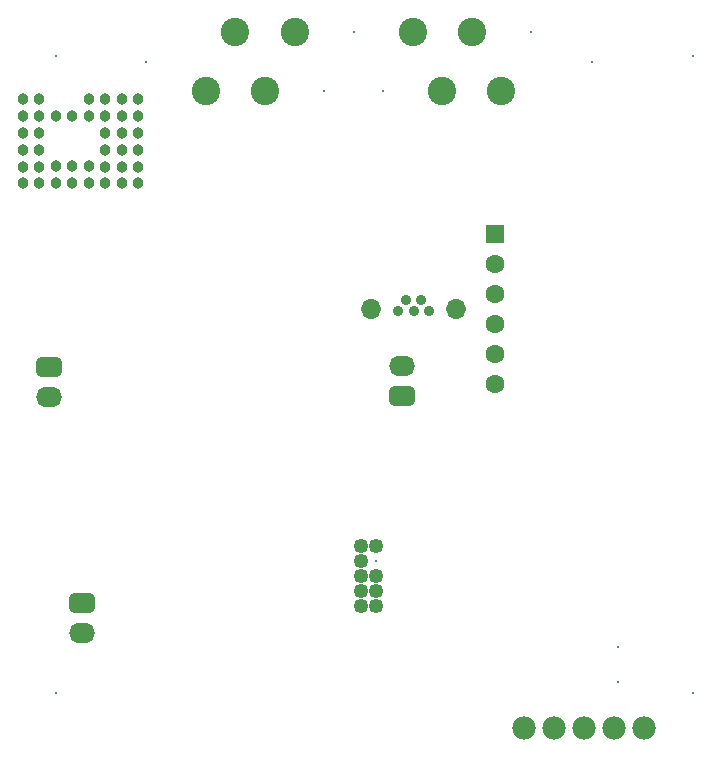
<source format=gbs>
G04 Layer_Color=16711935*
%FSAX24Y24*%
%MOIN*%
G70*
G01*
G75*
G04:AMPARAMS|DCode=86|XSize=67.1mil|YSize=86.7mil|CornerRadius=18.8mil|HoleSize=0mil|Usage=FLASHONLY|Rotation=90.000|XOffset=0mil|YOffset=0mil|HoleType=Round|Shape=RoundedRectangle|*
%AMROUNDEDRECTD86*
21,1,0.0671,0.0492,0,0,90.0*
21,1,0.0295,0.0867,0,0,90.0*
1,1,0.0375,0.0246,0.0148*
1,1,0.0375,0.0246,-0.0148*
1,1,0.0375,-0.0246,-0.0148*
1,1,0.0375,-0.0246,0.0148*
%
%ADD86ROUNDEDRECTD86*%
%ADD87O,0.0867X0.0671*%
%ADD88C,0.0780*%
%ADD89C,0.0130*%
%ADD90C,0.0946*%
%ADD91C,0.0493*%
%ADD92C,0.0493*%
%ADD93O,0.0671X0.0671*%
%ADD94C,0.0360*%
%ADD95C,0.0631*%
%ADD96R,0.0631X0.0631*%
%ADD97C,0.0380*%
D86*
X024820Y024580D02*
D03*
X014160Y017690D02*
D03*
X013050Y025550D02*
D03*
D87*
X024820Y025580D02*
D03*
X014160Y016690D02*
D03*
X013050Y024550D02*
D03*
D88*
X028880Y013500D02*
D03*
X029880D02*
D03*
X030880D02*
D03*
X031880D02*
D03*
X032880D02*
D03*
D89*
X029106Y036700D02*
D03*
X023200D02*
D03*
X024184Y034732D02*
D03*
X022216D02*
D03*
X031133Y035716D02*
D03*
X016271D02*
D03*
X032010Y015029D02*
D03*
Y016220D02*
D03*
X023960Y019080D02*
D03*
X013270Y014670D02*
D03*
Y035920D02*
D03*
X034520D02*
D03*
Y014670D02*
D03*
D90*
X027137Y036700D02*
D03*
X025168D02*
D03*
X021232D02*
D03*
X019263D02*
D03*
X028121Y034732D02*
D03*
X026153D02*
D03*
X020247D02*
D03*
X018279D02*
D03*
D91*
X023460Y019580D02*
D03*
X023960D02*
D03*
X023460Y019080D02*
D03*
Y018580D02*
D03*
X023960D02*
D03*
X023460Y018080D02*
D03*
X023960D02*
D03*
X023460Y017580D02*
D03*
D92*
X023960D02*
D03*
D93*
X026607Y027480D02*
D03*
X023793D02*
D03*
D94*
X024688Y027393D02*
D03*
X025200D02*
D03*
X025712D02*
D03*
X025456Y027787D02*
D03*
X024944D02*
D03*
D95*
X027900Y026990D02*
D03*
Y028990D02*
D03*
Y027990D02*
D03*
Y025990D02*
D03*
Y024990D02*
D03*
D96*
Y029990D02*
D03*
D97*
X014920Y033346D02*
D03*
X012720Y032222D02*
D03*
Y032784D02*
D03*
Y033346D02*
D03*
X013820Y031660D02*
D03*
X013270D02*
D03*
X014920D02*
D03*
X014370D02*
D03*
X012720D02*
D03*
X016020D02*
D03*
X015470D02*
D03*
X016020Y032222D02*
D03*
X015470D02*
D03*
X016020Y032784D02*
D03*
X015470D02*
D03*
X016020Y033346D02*
D03*
X015470D02*
D03*
X016020Y033908D02*
D03*
X015470D02*
D03*
X016020Y034470D02*
D03*
X015470Y034470D02*
D03*
X013820Y033908D02*
D03*
X012720D02*
D03*
X013270D02*
D03*
X014370D02*
D03*
X014920D02*
D03*
X012720Y034470D02*
D03*
X014370Y034470D02*
D03*
X014920D02*
D03*
X012170Y033346D02*
D03*
Y032222D02*
D03*
Y032784D02*
D03*
Y033908D02*
D03*
Y034470D02*
D03*
Y031660D02*
D03*
X014920Y032784D02*
D03*
Y032222D02*
D03*
X014370Y032230D02*
D03*
X013270D02*
D03*
X013820D02*
D03*
M02*

</source>
